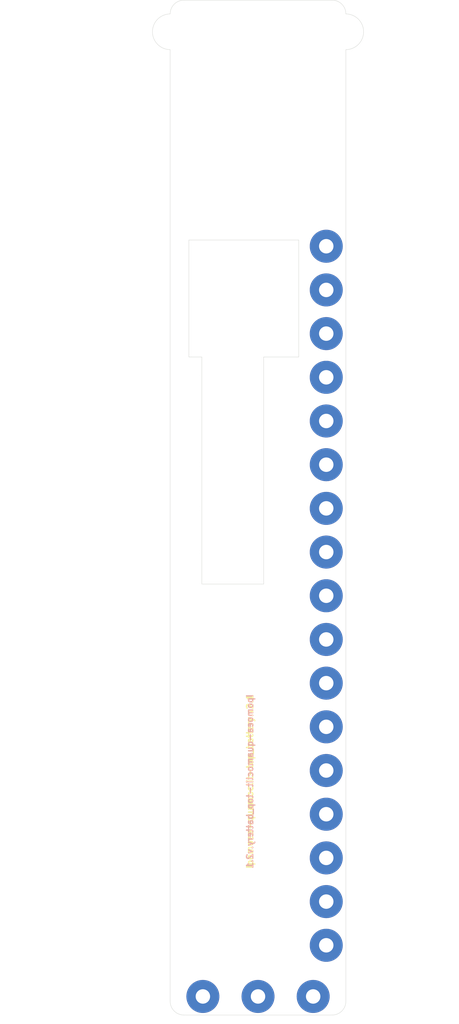
<source format=kicad_pcb>
(kicad_pcb (version 20171130) (host pcbnew "(5.1.6)-1")

  (general
    (thickness 1.6)
    (drawings 49)
    (tracks 0)
    (zones 0)
    (modules 41)
    (nets 1)
  )

  (page A4)
  (layers
    (0 F.Cu signal)
    (31 B.Cu signal)
    (32 B.Adhes user)
    (33 F.Adhes user)
    (34 B.Paste user)
    (35 F.Paste user)
    (36 B.SilkS user)
    (37 F.SilkS user)
    (38 B.Mask user)
    (39 F.Mask user)
    (40 Dwgs.User user)
    (41 Cmts.User user)
    (42 Eco1.User user)
    (43 Eco2.User user)
    (44 Edge.Cuts user)
    (45 Margin user)
    (46 B.CrtYd user)
    (47 F.CrtYd user)
    (48 B.Fab user)
    (49 F.Fab user)
  )

  (setup
    (last_trace_width 0.25)
    (user_trace_width 0.25)
    (user_trace_width 0.4)
    (user_trace_width 0.6)
    (trace_clearance 0.2)
    (zone_clearance 0.508)
    (zone_45_only no)
    (trace_min 0.2)
    (via_size 0.8)
    (via_drill 0.4)
    (via_min_size 0.4)
    (via_min_drill 0.3)
    (uvia_size 0.3)
    (uvia_drill 0.1)
    (uvias_allowed no)
    (uvia_min_size 0.2)
    (uvia_min_drill 0.1)
    (edge_width 0.05)
    (segment_width 0.2)
    (pcb_text_width 0.3)
    (pcb_text_size 1.5 1.5)
    (mod_edge_width 0.12)
    (mod_text_size 1 1)
    (mod_text_width 0.15)
    (pad_size 1.524 1.524)
    (pad_drill 0.762)
    (pad_to_mask_clearance 0.051)
    (solder_mask_min_width 0.25)
    (aux_axis_origin 0 0)
    (grid_origin 264.024999 117.475)
    (visible_elements 7FFFFFFF)
    (pcbplotparams
      (layerselection 0x010f0_ffffffff)
      (usegerberextensions true)
      (usegerberattributes false)
      (usegerberadvancedattributes false)
      (creategerberjobfile false)
      (excludeedgelayer true)
      (linewidth 0.100000)
      (plotframeref false)
      (viasonmask false)
      (mode 1)
      (useauxorigin false)
      (hpglpennumber 1)
      (hpglpenspeed 20)
      (hpglpendiameter 15.000000)
      (psnegative false)
      (psa4output false)
      (plotreference true)
      (plotvalue true)
      (plotinvisibletext false)
      (padsonsilk false)
      (subtractmaskfromsilk true)
      (outputformat 1)
      (mirror false)
      (drillshape 0)
      (scaleselection 1)
      (outputdirectory "../GERBER/v2.1/I-quamoclit-top_battery.v2.1"))
  )

  (net 0 "")

  (net_class Default "これはデフォルトのネット クラスです。"
    (clearance 0.2)
    (trace_width 0.25)
    (via_dia 0.8)
    (via_drill 0.4)
    (uvia_dia 0.3)
    (uvia_drill 0.1)
  )

  (net_class Power ""
    (clearance 0.2)
    (trace_width 0.6)
    (via_dia 0.8)
    (via_drill 0.4)
    (uvia_dia 0.3)
    (uvia_drill 0.1)
  )

  (module Ipomoea-library:Ipomoea-quamoclit_Base_SCREW_HOLE_2.1_TH_4.8 (layer F.Cu) (tedit 5E3972D2) (tstamp 5F6B5047)
    (at 264.024999 79.375)
    (fp_text reference REF** (at 0 3.175) (layer Dwgs.User)
      (effects (font (size 1 1) (thickness 0.15)))
    )
    (fp_text value Ipomoea-quamoclit_Base_SCREW_HOLE_2.1_TH_4.8 (at 0 -3.175) (layer F.Fab)
      (effects (font (size 1 1) (thickness 0.15)))
    )
    (pad "" thru_hole circle (at 0 0) (size 4.8 4.8) (drill 2.1) (layers *.Cu *.Mask))
  )

  (module Ipomoea-library:Ipomoea-quamoclit_Base_SCREW_HOLE_2.1_TH_4.8 (layer F.Cu) (tedit 5E3972D2) (tstamp 5F6B503F)
    (at 264.024999 85.725)
    (fp_text reference REF** (at 0 3.175) (layer Dwgs.User)
      (effects (font (size 1 1) (thickness 0.15)))
    )
    (fp_text value Ipomoea-quamoclit_Base_SCREW_HOLE_2.1_TH_4.8 (at 0 -3.175) (layer F.Fab)
      (effects (font (size 1 1) (thickness 0.15)))
    )
    (pad "" thru_hole circle (at 0 0) (size 4.8 4.8) (drill 2.1) (layers *.Cu *.Mask))
  )

  (module Ipomoea-library:DRILL_HOLE_0.6 (layer F.Cu) (tedit 5E3817D3) (tstamp 5F6A9F8D)
    (at 241.3 50.00625)
    (fp_text reference REF** (at 0 1.27) (layer Dwgs.User)
      (effects (font (size 1 1) (thickness 0.15)))
    )
    (fp_text value DRILL_HOLE_0.6 (at 0 -1.27) (layer F.Fab)
      (effects (font (size 1 1) (thickness 0.15)))
    )
    (pad "" np_thru_hole circle (at 0 0 270) (size 0.6 0.6) (drill 0.6) (layers *.Cu *.Mask))
  )

  (module Ipomoea-library:DRILL_HOLE_0.6 (layer F.Cu) (tedit 5E3817D3) (tstamp 5F6A9F89)
    (at 241.3 46.40625)
    (fp_text reference REF** (at 0 1.27) (layer Dwgs.User)
      (effects (font (size 1 1) (thickness 0.15)))
    )
    (fp_text value DRILL_HOLE_0.6 (at 0 -1.27) (layer F.Fab)
      (effects (font (size 1 1) (thickness 0.15)))
    )
    (pad "" np_thru_hole circle (at 0 0 270) (size 0.6 0.6) (drill 0.6) (layers *.Cu *.Mask))
  )

  (module Ipomoea-library:DRILL_HOLE_0.6 (layer F.Cu) (tedit 5E3817D3) (tstamp 5F6A9F66)
    (at 266.8825 50.00625)
    (fp_text reference REF** (at 0 1.27) (layer Dwgs.User)
      (effects (font (size 1 1) (thickness 0.15)))
    )
    (fp_text value DRILL_HOLE_0.6 (at 0 -1.27) (layer F.Fab)
      (effects (font (size 1 1) (thickness 0.15)))
    )
    (pad "" np_thru_hole circle (at 0 0 270) (size 0.6 0.6) (drill 0.6) (layers *.Cu *.Mask))
  )

  (module Ipomoea-library:DRILL_HOLE_0.6 (layer F.Cu) (tedit 5E3817D3) (tstamp 5F6A9F5B)
    (at 266.8825 46.40625)
    (fp_text reference REF** (at 0 1.27) (layer Dwgs.User)
      (effects (font (size 1 1) (thickness 0.15)))
    )
    (fp_text value DRILL_HOLE_0.6 (at 0 -1.27) (layer F.Fab)
      (effects (font (size 1 1) (thickness 0.15)))
    )
    (pad "" np_thru_hole circle (at 0 0 270) (size 0.6 0.6) (drill 0.6) (layers *.Cu *.Mask))
  )

  (module Ipomoea-library:Ipomoea-quamoclit_Base_SCREW_HOLE_2.1 (layer F.Cu) (tedit 5E36815D) (tstamp 5F6A8C05)
    (at 244.1575 168.275)
    (fp_text reference REF** (at 0 3.175) (layer Dwgs.User)
      (effects (font (size 1 1) (thickness 0.15)))
    )
    (fp_text value Ipomoea-quamoclit_Base_SCREW_HOLE_2.1 (at 0 -3.175) (layer F.Fab)
      (effects (font (size 1 1) (thickness 0.15)))
    )
    (pad "" np_thru_hole circle (at 0 0) (size 2.1 2.1) (drill 2.1) (layers *.Cu *.Mask))
  )

  (module Ipomoea-library:Ipomoea-quamoclit_Base_SCREW_HOLE_2.1 (layer F.Cu) (tedit 5E36815D) (tstamp 5F6A8C01)
    (at 244.1575 161.925)
    (fp_text reference REF** (at 0 3.175) (layer Dwgs.User)
      (effects (font (size 1 1) (thickness 0.15)))
    )
    (fp_text value Ipomoea-quamoclit_Base_SCREW_HOLE_2.1 (at 0 -3.175) (layer F.Fab)
      (effects (font (size 1 1) (thickness 0.15)))
    )
    (pad "" np_thru_hole circle (at 0 0) (size 2.1 2.1) (drill 2.1) (layers *.Cu *.Mask))
  )

  (module Ipomoea-library:Ipomoea-quamoclit_Base_SCREW_HOLE_2.1 (layer F.Cu) (tedit 5E36815D) (tstamp 5F6A8BFD)
    (at 244.1575 174.625)
    (fp_text reference REF** (at 0 3.175) (layer Dwgs.User)
      (effects (font (size 1 1) (thickness 0.15)))
    )
    (fp_text value Ipomoea-quamoclit_Base_SCREW_HOLE_2.1 (at 0 -3.175) (layer F.Fab)
      (effects (font (size 1 1) (thickness 0.15)))
    )
    (pad "" np_thru_hole circle (at 0 0) (size 2.1 2.1) (drill 2.1) (layers *.Cu *.Mask))
  )

  (module Ipomoea-library:Ipomoea-quamoclit_Base_SCREW_HOLE_2.1 (layer F.Cu) (tedit 5E36815D) (tstamp 5F6A8BF9)
    (at 244.1575 180.975)
    (fp_text reference REF** (at 0 3.175) (layer Dwgs.User)
      (effects (font (size 1 1) (thickness 0.15)))
    )
    (fp_text value Ipomoea-quamoclit_Base_SCREW_HOLE_2.1 (at 0 -3.175) (layer F.Fab)
      (effects (font (size 1 1) (thickness 0.15)))
    )
    (pad "" np_thru_hole circle (at 0 0) (size 2.1 2.1) (drill 2.1) (layers *.Cu *.Mask))
  )

  (module Ipomoea-library:Ipomoea-quamoclit_Base_SCREW_HOLE_2.1 (layer F.Cu) (tedit 5E36815D) (tstamp 5F6A8BE5)
    (at 244.1575 149.225)
    (fp_text reference REF** (at 0 3.175) (layer Dwgs.User)
      (effects (font (size 1 1) (thickness 0.15)))
    )
    (fp_text value Ipomoea-quamoclit_Base_SCREW_HOLE_2.1 (at 0 -3.175) (layer F.Fab)
      (effects (font (size 1 1) (thickness 0.15)))
    )
    (pad "" np_thru_hole circle (at 0 0) (size 2.1 2.1) (drill 2.1) (layers *.Cu *.Mask))
  )

  (module Ipomoea-library:Ipomoea-quamoclit_Base_SCREW_HOLE_2.1 (layer F.Cu) (tedit 5E36815D) (tstamp 5F6A8BE1)
    (at 244.1575 155.575)
    (fp_text reference REF** (at 0 3.175) (layer Dwgs.User)
      (effects (font (size 1 1) (thickness 0.15)))
    )
    (fp_text value Ipomoea-quamoclit_Base_SCREW_HOLE_2.1 (at 0 -3.175) (layer F.Fab)
      (effects (font (size 1 1) (thickness 0.15)))
    )
    (pad "" np_thru_hole circle (at 0 0) (size 2.1 2.1) (drill 2.1) (layers *.Cu *.Mask))
  )

  (module Ipomoea-library:Ipomoea-quamoclit_Base_SCREW_HOLE_2.1 (layer F.Cu) (tedit 5E36815D) (tstamp 5F6A8BDD)
    (at 244.1575 142.875)
    (fp_text reference REF** (at 0 3.175) (layer Dwgs.User)
      (effects (font (size 1 1) (thickness 0.15)))
    )
    (fp_text value Ipomoea-quamoclit_Base_SCREW_HOLE_2.1 (at 0 -3.175) (layer F.Fab)
      (effects (font (size 1 1) (thickness 0.15)))
    )
    (pad "" np_thru_hole circle (at 0 0) (size 2.1 2.1) (drill 2.1) (layers *.Cu *.Mask))
  )

  (module Ipomoea-library:Ipomoea-quamoclit_Base_SCREW_HOLE_2.1 (layer F.Cu) (tedit 5E36815D) (tstamp 5F6A8BD9)
    (at 244.1575 136.525)
    (fp_text reference REF** (at 0 3.175) (layer Dwgs.User)
      (effects (font (size 1 1) (thickness 0.15)))
    )
    (fp_text value Ipomoea-quamoclit_Base_SCREW_HOLE_2.1 (at 0 -3.175) (layer F.Fab)
      (effects (font (size 1 1) (thickness 0.15)))
    )
    (pad "" np_thru_hole circle (at 0 0) (size 2.1 2.1) (drill 2.1) (layers *.Cu *.Mask))
  )

  (module Ipomoea-library:Ipomoea-quamoclit_Base_SCREW_HOLE_2.1 (layer F.Cu) (tedit 5E36815D) (tstamp 5F6A8BC5)
    (at 244.1575 98.425)
    (fp_text reference REF** (at 0 3.175) (layer Dwgs.User)
      (effects (font (size 1 1) (thickness 0.15)))
    )
    (fp_text value Ipomoea-quamoclit_Base_SCREW_HOLE_2.1 (at 0 -3.175) (layer F.Fab)
      (effects (font (size 1 1) (thickness 0.15)))
    )
    (pad "" np_thru_hole circle (at 0 0) (size 2.1 2.1) (drill 2.1) (layers *.Cu *.Mask))
  )

  (module Ipomoea-library:Ipomoea-quamoclit_Base_SCREW_HOLE_2.1 (layer F.Cu) (tedit 5E36815D) (tstamp 5F6A8BBD)
    (at 244.1575 104.775)
    (fp_text reference REF** (at 0 3.175) (layer Dwgs.User)
      (effects (font (size 1 1) (thickness 0.15)))
    )
    (fp_text value Ipomoea-quamoclit_Base_SCREW_HOLE_2.1 (at 0 -3.175) (layer F.Fab)
      (effects (font (size 1 1) (thickness 0.15)))
    )
    (pad "" np_thru_hole circle (at 0 0) (size 2.1 2.1) (drill 2.1) (layers *.Cu *.Mask))
  )

  (module Ipomoea-library:Ipomoea-quamoclit_Base_SCREW_HOLE_2.1 (layer B.Cu) (tedit 5E36815D) (tstamp 5F6A897E)
    (at 266.8825 48.20625 180)
    (fp_text reference REF**__00050 (at 0 -3.175) (layer Dwgs.User)
      (effects (font (size 1 1) (thickness 0.15)))
    )
    (fp_text value Ipomoea-quamoclit_Base_SCREW_HOLE_2.1 (at 0 3.175) (layer B.Fab)
      (effects (font (size 1 1) (thickness 0.15)) (justify mirror))
    )
    (pad "" np_thru_hole circle (at 0 0 180) (size 2.1 2.1) (drill 2.1) (layers *.Cu *.Mask))
  )

  (module Ipomoea-library:Ipomoea-quamoclit_Base_SCREW_HOLE_2.1 (layer F.Cu) (tedit 5E36815D) (tstamp 5F6A0F73)
    (at 241.3 48.20625)
    (fp_text reference REF**__00050 (at 0 3.175) (layer Dwgs.User)
      (effects (font (size 1 1) (thickness 0.15)))
    )
    (fp_text value Ipomoea-quamoclit_Base_SCREW_HOLE_2.1 (at 0 -3.175) (layer F.Fab)
      (effects (font (size 1 1) (thickness 0.15)))
    )
    (pad "" np_thru_hole circle (at 0 0) (size 2.1 2.1) (drill 2.1) (layers *.Cu *.Mask))
  )

  (module Ipomoea-library:Ipomoea-quamoclit_Base_SCREW_HOLE_2.1 (layer F.Cu) (tedit 5E36815D) (tstamp 5F6A7633)
    (at 244.1575 111.125)
    (fp_text reference REF** (at 0 3.175) (layer Dwgs.User)
      (effects (font (size 1 1) (thickness 0.15)))
    )
    (fp_text value Ipomoea-quamoclit_Base_SCREW_HOLE_2.1 (at 0 -3.175) (layer F.Fab)
      (effects (font (size 1 1) (thickness 0.15)))
    )
    (pad "" np_thru_hole circle (at 0 0) (size 2.1 2.1) (drill 2.1) (layers *.Cu *.Mask))
  )

  (module Ipomoea-library:Ipomoea-quamoclit_Base_SCREW_HOLE_2.1 (layer F.Cu) (tedit 5E36815D) (tstamp 5F6A762B)
    (at 244.1575 117.475)
    (fp_text reference REF** (at 0 3.175) (layer Dwgs.User)
      (effects (font (size 1 1) (thickness 0.15)))
    )
    (fp_text value Ipomoea-quamoclit_Base_SCREW_HOLE_2.1 (at 0 -3.175) (layer F.Fab)
      (effects (font (size 1 1) (thickness 0.15)))
    )
    (pad "" np_thru_hole circle (at 0 0) (size 2.1 2.1) (drill 2.1) (layers *.Cu *.Mask))
  )

  (module Ipomoea-library:Ipomoea-quamoclit_Base_SCREW_HOLE_2.1 (layer F.Cu) (tedit 5E36815D) (tstamp 5F6A7623)
    (at 244.1575 123.825)
    (fp_text reference REF** (at 0 3.175) (layer Dwgs.User)
      (effects (font (size 1 1) (thickness 0.15)))
    )
    (fp_text value Ipomoea-quamoclit_Base_SCREW_HOLE_2.1 (at 0 -3.175) (layer F.Fab)
      (effects (font (size 1 1) (thickness 0.15)))
    )
    (pad "" np_thru_hole circle (at 0 0) (size 2.1 2.1) (drill 2.1) (layers *.Cu *.Mask))
  )

  (module Ipomoea-library:Ipomoea-quamoclit_Base_SCREW_HOLE_2.1 (layer F.Cu) (tedit 5E36815D) (tstamp 5F69F4B1)
    (at 244.1575 130.175)
    (fp_text reference REF** (at 0 3.175) (layer Dwgs.User)
      (effects (font (size 1 1) (thickness 0.15)))
    )
    (fp_text value Ipomoea-quamoclit_Base_SCREW_HOLE_2.1 (at 0 -3.175) (layer F.Fab)
      (effects (font (size 1 1) (thickness 0.15)))
    )
    (pad "" np_thru_hole circle (at 0 0) (size 2.1 2.1) (drill 2.1) (layers *.Cu *.Mask))
  )

  (module Ipomoea-library:7mmTrackBall (layer F.Cu) (tedit 5F6A04E2) (tstamp 5F6A6FFB)
    (at 252.912499 130.175 270)
    (fp_text reference REF** (at 0 0.5 90) (layer Dwgs.User)
      (effects (font (size 1 1) (thickness 0.15)))
    )
    (fp_text value 7mmTrackBall (at 0 -0.5 90) (layer F.Fab)
      (effects (font (size 1 1) (thickness 0.15)))
    )
    (fp_line (start -41.5 6.16) (end -43.5 6.16) (layer Dwgs.User) (width 0.12))
    (fp_line (start -41.5 -0.41) (end -43.5 -0.41) (layer Dwgs.User) (width 0.12))
    (fp_line (start -43.5 -0.41) (end -43.5 6.16) (layer Dwgs.User) (width 0.12))
    (fp_line (start -41.5 -0.91) (end -41.5 6.66) (layer Dwgs.User) (width 0.12))
    (fp_line (start -8.5 6.66) (end -41.5 6.66) (layer Dwgs.User) (width 0.12))
    (fp_line (start -8.5 -0.91) (end -41.5 -0.91) (layer Dwgs.User) (width 0.12))
    (fp_line (start -8.5 9) (end 8.5 9) (layer Dwgs.User) (width 0.12))
    (fp_line (start 8.5 9) (end 8.5 -8) (layer Dwgs.User) (width 0.12))
    (fp_line (start -8.5 -8) (end 8.5 -8) (layer Dwgs.User) (width 0.12))
    (fp_line (start -8.5 9) (end -8.5 -8) (layer Dwgs.User) (width 0.12))
    (fp_circle (center 0 0) (end 0 -8) (layer Dwgs.User) (width 0.12))
    (fp_circle (center 0 0) (end 0 -3.5) (layer Dwgs.User) (width 0.12))
    (fp_circle (center 0 0) (end 4.5 0) (layer Dwgs.User) (width 0.12))
    (fp_line (start -52.5 7.66) (end -41.5 7.66) (layer Dwgs.User) (width 0.12))
    (fp_line (start -41.5 7.66) (end -41.5 6.66) (layer Dwgs.User) (width 0.12))
    (fp_line (start -52.5 7.66) (end -52.5 -5.34) (layer Dwgs.User) (width 0.12))
    (fp_line (start -41.5 -0.91) (end -41.5 -5.34) (layer Dwgs.User) (width 0.12))
    (fp_line (start -52.5 -5.34) (end -41.5 -5.34) (layer Dwgs.User) (width 0.12))
  )

  (module Ipomoea-library:Ipomoea-quamoclit_Base_SCREW_HOLE_2.1_TH_4.8 (layer F.Cu) (tedit 5E3972D2) (tstamp 5F6A6D83)
    (at 264.024999 92.075)
    (fp_text reference REF** (at 0 3.175) (layer Dwgs.User)
      (effects (font (size 1 1) (thickness 0.15)))
    )
    (fp_text value Ipomoea-quamoclit_Base_SCREW_HOLE_2.1_TH_4.8 (at 0 -3.175) (layer F.Fab)
      (effects (font (size 1 1) (thickness 0.15)))
    )
    (pad "" thru_hole circle (at 0 0) (size 4.8 4.8) (drill 2.1) (layers *.Cu *.Mask))
  )

  (module Ipomoea-library:Ipomoea-quamoclit_Base_SCREW_HOLE_2.1_TH_4.8 (layer F.Cu) (tedit 5E3972D2) (tstamp 5F6A6D7B)
    (at 264.024999 98.425)
    (fp_text reference REF** (at 0 3.175) (layer Dwgs.User)
      (effects (font (size 1 1) (thickness 0.15)))
    )
    (fp_text value Ipomoea-quamoclit_Base_SCREW_HOLE_2.1_TH_4.8 (at 0 -3.175) (layer F.Fab)
      (effects (font (size 1 1) (thickness 0.15)))
    )
    (pad "" thru_hole circle (at 0 0) (size 4.8 4.8) (drill 2.1) (layers *.Cu *.Mask))
  )

  (module Ipomoea-library:Ipomoea-quamoclit_Base_SCREW_HOLE_2.1_TH_4.8 (layer F.Cu) (tedit 5E3972D2) (tstamp 5F6A6D1A)
    (at 264.025 104.775)
    (fp_text reference REF** (at 0 3.175) (layer Dwgs.User)
      (effects (font (size 1 1) (thickness 0.15)))
    )
    (fp_text value Ipomoea-quamoclit_Base_SCREW_HOLE_2.1_TH_4.8 (at 0 -3.175) (layer F.Fab)
      (effects (font (size 1 1) (thickness 0.15)))
    )
    (pad "" thru_hole circle (at 0 0) (size 4.8 4.8) (drill 2.1) (layers *.Cu *.Mask))
  )

  (module Ipomoea-library:Ipomoea-quamoclit_Base_SCREW_HOLE_2.1_TH_4.8 (layer F.Cu) (tedit 5E3972D2) (tstamp 5F6A0268)
    (at 264.025 117.475)
    (fp_text reference REF**__00045 (at 0 3.175) (layer Dwgs.User)
      (effects (font (size 1 1) (thickness 0.15)))
    )
    (fp_text value Ipomoea-quamoclit_Base_SCREW_HOLE_2.1_TH_4.8 (at 0 -3.175) (layer F.Fab)
      (effects (font (size 1 1) (thickness 0.15)))
    )
    (pad "" thru_hole circle (at 0 0) (size 4.8 4.8) (drill 2.1) (layers *.Cu *.Mask))
  )

  (module Ipomoea-library:Ipomoea-quamoclit_Base_SCREW_HOLE_2.1_TH_4.8 (layer F.Cu) (tedit 5E3972D2) (tstamp 5F6A0264)
    (at 264.025 111.125)
    (fp_text reference REF**__00049 (at 0 3.175) (layer Dwgs.User)
      (effects (font (size 1 1) (thickness 0.15)))
    )
    (fp_text value Ipomoea-quamoclit_Base_SCREW_HOLE_2.1_TH_4.8 (at 0 -3.175) (layer F.Fab)
      (effects (font (size 1 1) (thickness 0.15)))
    )
    (pad "" thru_hole circle (at 0 0) (size 4.8 4.8) (drill 2.1) (layers *.Cu *.Mask))
  )

  (module Ipomoea-library:Ipomoea-quamoclit_Base_SCREW_HOLE_2.1_TH_4.8 (layer F.Cu) (tedit 5E3972D2) (tstamp 5F6A019F)
    (at 264.025 123.825)
    (fp_text reference REF**__00044 (at 0 3.175) (layer Dwgs.User)
      (effects (font (size 1 1) (thickness 0.15)))
    )
    (fp_text value Ipomoea-quamoclit_Base_SCREW_HOLE_2.1_TH_4.8 (at 0 -3.175) (layer F.Fab)
      (effects (font (size 1 1) (thickness 0.15)))
    )
    (pad "" thru_hole circle (at 0 0) (size 4.8 4.8) (drill 2.1) (layers *.Cu *.Mask))
  )

  (module Ipomoea-library:Ipomoea-quamoclit_Base_SCREW_HOLE_2.1_TH_4.8 (layer F.Cu) (tedit 5E3972D2) (tstamp 5F6A019B)
    (at 254.09125 188.412 180)
    (fp_text reference REF**__00048 (at 0 3.175) (layer Dwgs.User)
      (effects (font (size 1 1) (thickness 0.15)))
    )
    (fp_text value Ipomoea-quamoclit_Base_SCREW_HOLE_2.1_TH_4.8 (at 0 -3.175) (layer F.Fab)
      (effects (font (size 1 1) (thickness 0.15)))
    )
    (pad "" thru_hole circle (at 0 0 180) (size 4.8 4.8) (drill 2.1) (layers *.Cu *.Mask))
  )

  (module Ipomoea-library:Ipomoea-quamoclit_Base_SCREW_HOLE_2.1_TH_4.8 (layer F.Cu) (tedit 5E3972D2) (tstamp 5F6A0197)
    (at 246.062 188.412)
    (fp_text reference REF**__00047 (at 0 3.175) (layer Dwgs.User)
      (effects (font (size 1 1) (thickness 0.15)))
    )
    (fp_text value Ipomoea-quamoclit_Base_SCREW_HOLE_2.1_TH_4.8 (at 0 -3.175) (layer F.Fab)
      (effects (font (size 1 1) (thickness 0.15)))
    )
    (pad "" thru_hole circle (at 0 0) (size 4.8 4.8) (drill 2.1) (layers *.Cu *.Mask))
  )

  (module Ipomoea-library:Ipomoea-quamoclit_Base_SCREW_HOLE_2.1_TH_4.8 (layer F.Cu) (tedit 5E3972D2) (tstamp 5F6A016A)
    (at 262.1205 188.412 180)
    (fp_text reference REF**__00046 (at 0 3.175) (layer Dwgs.User)
      (effects (font (size 1 1) (thickness 0.15)))
    )
    (fp_text value Ipomoea-quamoclit_Base_SCREW_HOLE_2.1_TH_4.8 (at 0 -3.175) (layer F.Fab)
      (effects (font (size 1 1) (thickness 0.15)))
    )
    (pad "" thru_hole circle (at 0 0 180) (size 4.8 4.8) (drill 2.1) (layers *.Cu *.Mask))
  )

  (module Ipomoea-library:Ipomoea-quamoclit_Base_SCREW_HOLE_2.1_TH_4.8 (layer F.Cu) (tedit 5E3972D2) (tstamp 5F69FD2D)
    (at 264.025 136.525)
    (fp_text reference REF**__00039 (at 0 3.175) (layer Dwgs.User)
      (effects (font (size 1 1) (thickness 0.15)))
    )
    (fp_text value Ipomoea-quamoclit_Base_SCREW_HOLE_2.1_TH_4.8 (at 0 -3.175) (layer F.Fab)
      (effects (font (size 1 1) (thickness 0.15)))
    )
    (pad "" thru_hole circle (at 0 0) (size 4.8 4.8) (drill 2.1) (layers *.Cu *.Mask))
  )

  (module Ipomoea-library:Ipomoea-quamoclit_Base_SCREW_HOLE_2.1_TH_4.8 (layer F.Cu) (tedit 5E3972D2) (tstamp 5F69FD29)
    (at 264.025 130.175)
    (fp_text reference REF**__00038 (at 0 3.175) (layer Dwgs.User)
      (effects (font (size 1 1) (thickness 0.15)))
    )
    (fp_text value Ipomoea-quamoclit_Base_SCREW_HOLE_2.1_TH_4.8 (at 0 -3.175) (layer F.Fab)
      (effects (font (size 1 1) (thickness 0.15)))
    )
    (pad "" thru_hole circle (at 0 0) (size 4.8 4.8) (drill 2.1) (layers *.Cu *.Mask))
  )

  (module Ipomoea-library:Ipomoea-quamoclit_Base_SCREW_HOLE_2.1_TH_4.8 (layer F.Cu) (tedit 5E3972D2) (tstamp 5F69FA8D)
    (at 264.025 155.575)
    (fp_text reference REF**__00035 (at 0 3.175) (layer Dwgs.User)
      (effects (font (size 1 1) (thickness 0.15)))
    )
    (fp_text value Ipomoea-quamoclit_Base_SCREW_HOLE_2.1_TH_4.8 (at 0 -3.175) (layer F.Fab)
      (effects (font (size 1 1) (thickness 0.15)))
    )
    (pad "" thru_hole circle (at 0 0) (size 4.8 4.8) (drill 2.1) (layers *.Cu *.Mask))
  )

  (module Ipomoea-library:Ipomoea-quamoclit_Base_SCREW_HOLE_2.1_TH_4.8 (layer F.Cu) (tedit 5E3972D2) (tstamp 5F69FA89)
    (at 264.025 180.975)
    (fp_text reference REF**__00033 (at 0 3.175) (layer Dwgs.User)
      (effects (font (size 1 1) (thickness 0.15)))
    )
    (fp_text value Ipomoea-quamoclit_Base_SCREW_HOLE_2.1_TH_4.8 (at 0 -3.175) (layer F.Fab)
      (effects (font (size 1 1) (thickness 0.15)))
    )
    (pad "" thru_hole circle (at 0 0) (size 4.8 4.8) (drill 2.1) (layers *.Cu *.Mask))
  )

  (module Ipomoea-library:Ipomoea-quamoclit_Base_SCREW_HOLE_2.1_TH_4.8 (layer F.Cu) (tedit 5E3972D2) (tstamp 5F69FA85)
    (at 264.025 174.625)
    (fp_text reference REF**__00031 (at 0 3.175) (layer Dwgs.User)
      (effects (font (size 1 1) (thickness 0.15)))
    )
    (fp_text value Ipomoea-quamoclit_Base_SCREW_HOLE_2.1_TH_4.8 (at 0 -3.175) (layer F.Fab)
      (effects (font (size 1 1) (thickness 0.15)))
    )
    (pad "" thru_hole circle (at 0 0) (size 4.8 4.8) (drill 2.1) (layers *.Cu *.Mask))
  )

  (module Ipomoea-library:Ipomoea-quamoclit_Base_SCREW_HOLE_2.1_TH_4.8 (layer F.Cu) (tedit 5E3972D2) (tstamp 5F69FA81)
    (at 264.025 142.875)
    (fp_text reference REF**__00037 (at 0 3.175) (layer Dwgs.User)
      (effects (font (size 1 1) (thickness 0.15)))
    )
    (fp_text value Ipomoea-quamoclit_Base_SCREW_HOLE_2.1_TH_4.8 (at 0 -3.175) (layer F.Fab)
      (effects (font (size 1 1) (thickness 0.15)))
    )
    (pad "" thru_hole circle (at 0 0) (size 4.8 4.8) (drill 2.1) (layers *.Cu *.Mask))
  )

  (module Ipomoea-library:Ipomoea-quamoclit_Base_SCREW_HOLE_2.1_TH_4.8 (layer F.Cu) (tedit 5E3972D2) (tstamp 5F69FA7D)
    (at 264.025 161.925)
    (fp_text reference REF**__00036 (at 0 3.175) (layer Dwgs.User)
      (effects (font (size 1 1) (thickness 0.15)))
    )
    (fp_text value Ipomoea-quamoclit_Base_SCREW_HOLE_2.1_TH_4.8 (at 0 -3.175) (layer F.Fab)
      (effects (font (size 1 1) (thickness 0.15)))
    )
    (pad "" thru_hole circle (at 0 0) (size 4.8 4.8) (drill 2.1) (layers *.Cu *.Mask))
  )

  (module Ipomoea-library:Ipomoea-quamoclit_Base_SCREW_HOLE_2.1_TH_4.8 (layer F.Cu) (tedit 5E3972D2) (tstamp 5F69FA79)
    (at 264.025 168.275)
    (fp_text reference REF**__00032 (at 0 3.175) (layer Dwgs.User)
      (effects (font (size 1 1) (thickness 0.15)))
    )
    (fp_text value Ipomoea-quamoclit_Base_SCREW_HOLE_2.1_TH_4.8 (at 0 -3.175) (layer F.Fab)
      (effects (font (size 1 1) (thickness 0.15)))
    )
    (pad "" thru_hole circle (at 0 0) (size 4.8 4.8) (drill 2.1) (layers *.Cu *.Mask))
  )

  (module Ipomoea-library:Ipomoea-quamoclit_Base_SCREW_HOLE_2.1_TH_4.8 (layer F.Cu) (tedit 5E3972D2) (tstamp 5F69FA75)
    (at 264.025 149.225)
    (fp_text reference REF**__00034 (at 0 3.175) (layer Dwgs.User)
      (effects (font (size 1 1) (thickness 0.15)))
    )
    (fp_text value Ipomoea-quamoclit_Base_SCREW_HOLE_2.1_TH_4.8 (at 0 -3.175) (layer F.Fab)
      (effects (font (size 1 1) (thickness 0.15)))
    )
    (pad "" thru_hole circle (at 0 0) (size 4.8 4.8) (drill 2.1) (layers *.Cu *.Mask))
  )

  (gr_text Ipomoea-quamoclit-top_battery.v2.1 (at 252.912499 157.1625 90) (layer F.SilkS) (tstamp 5F6C9B40)
    (effects (font (size 0.9 0.9) (thickness 0.2)))
  )
  (gr_text Ipomoea-quamoclit-top_battery.v2.1 (at 252.912499 157.1625 90) (layer B.SilkS) (tstamp 5F6C9B3F)
    (effects (font (size 0.9 0.9) (thickness 0.2)) (justify mirror))
  )
  (gr_line (start 216.6 170.75) (end 240.6 170.75) (layer Eco1.User) (width 0.15) (tstamp 5F6B52C7))
  (gr_line (start 216.6 170.75) (end 216.6 146.75) (layer Eco1.User) (width 0.15) (tstamp 5F6B52C6))
  (gr_line (start 240.6 170.75) (end 240.6 146.75) (layer Eco1.User) (width 0.15) (tstamp 5F6B52C5))
  (gr_line (start 240.6 146.75) (end 216.6 146.75) (layer Eco1.User) (width 0.15) (tstamp 5F6B52C4))
  (gr_line (start 216.6 151.7) (end 240.6 151.7) (layer Eco1.User) (width 0.15) (tstamp 5F6B52C7))
  (gr_line (start 216.6 151.7) (end 216.6 127.7) (layer Eco1.User) (width 0.15) (tstamp 5F6B52C6))
  (gr_line (start 240.6 151.7) (end 240.6 127.7) (layer Eco1.User) (width 0.15) (tstamp 5F6B52C5))
  (gr_line (start 240.6 127.7) (end 216.6 127.7) (layer Eco1.User) (width 0.15) (tstamp 5F6B52C4))
  (gr_line (start 216.6 132.65) (end 240.6 132.65) (layer Eco1.User) (width 0.15) (tstamp 5F6B52C7))
  (gr_line (start 216.6 132.65) (end 216.6 108.65) (layer Eco1.User) (width 0.15) (tstamp 5F6B52C6))
  (gr_line (start 240.6 132.65) (end 240.6 108.65) (layer Eco1.User) (width 0.15) (tstamp 5F6B52C5))
  (gr_line (start 240.6 108.65) (end 216.6 108.65) (layer Eco1.User) (width 0.15) (tstamp 5F6B52C4))
  (gr_line (start 216.6 113.6) (end 240.6 113.6) (layer Eco1.User) (width 0.15) (tstamp 5F6B52C7))
  (gr_line (start 216.6 113.6) (end 216.6 89.6) (layer Eco1.User) (width 0.15) (tstamp 5F6B52C6))
  (gr_line (start 240.6 113.6) (end 240.6 89.6) (layer Eco1.User) (width 0.15) (tstamp 5F6B52C5))
  (gr_line (start 240.6 89.6) (end 216.6 89.6) (layer Eco1.User) (width 0.15) (tstamp 5F6B52C4))
  (gr_line (start 216.6 94.55) (end 240.6 94.55) (layer Eco1.User) (width 0.15) (tstamp 5F6B52C7))
  (gr_line (start 216.6 94.55) (end 216.6 70.55) (layer Eco1.User) (width 0.15) (tstamp 5F6B52C6))
  (gr_line (start 240.6 94.55) (end 240.6 70.55) (layer Eco1.User) (width 0.15) (tstamp 5F6B52C5))
  (gr_line (start 240.6 70.55) (end 216.6 70.55) (layer Eco1.User) (width 0.15) (tstamp 5F6B52C4))
  (gr_line (start 216.6 75.5) (end 216.6 51.5) (layer Eco1.User) (width 0.15) (tstamp 5F6B52A2))
  (gr_line (start 240.6 75.5) (end 240.6 51.5) (layer Eco1.User) (width 0.15) (tstamp 5F6B52A1))
  (gr_line (start 216.6 75.5) (end 240.6 75.5) (layer Eco1.User) (width 0.15) (tstamp 5F6B529F))
  (gr_line (start 240.6 165.8) (end 216.6 165.8) (layer Eco1.User) (width 0.15) (tstamp 5F6B5299))
  (gr_line (start 240.6 189.8) (end 240.6 165.8) (layer Eco1.User) (width 0.15) (tstamp 5F6B5297))
  (gr_line (start 216.6 189.8) (end 216.6 165.8) (layer Eco1.User) (width 0.15) (tstamp 5F6B5294))
  (gr_circle (center 241.3 48.20625) (end 243.7 48.20625) (layer Dwgs.User) (width 0.05))
  (gr_arc (start 266.8825 48.20625) (end 266.8825 45.6125) (angle 180) (layer Edge.Cuts) (width 0.05) (tstamp 5F6A897D))
  (gr_arc (start 241.3 48.20625) (end 241.3 45.6125) (angle -180) (layer Edge.Cuts) (width 0.05))
  (gr_line (start 245.912499 128.475) (end 254.912499 128.475) (layer Edge.Cuts) (width 0.05) (tstamp 5F6A855A))
  (gr_line (start 244.024999 95.475) (end 245.912499 95.475) (layer Edge.Cuts) (width 0.05) (tstamp 5F6A82AE))
  (gr_line (start 244.024999 95.475) (end 244.024999 78.475) (layer Edge.Cuts) (width 0.05) (tstamp 5F6A828D))
  (gr_line (start 260.024999 78.475) (end 244.024999 78.475) (layer Edge.Cuts) (width 0.05) (tstamp 5F6A8287))
  (gr_line (start 260.024999 78.475) (end 260.024999 95.475) (layer Edge.Cuts) (width 0.05) (tstamp 5F6A827D))
  (gr_line (start 254.912499 95.475) (end 260.024999 95.475) (layer Edge.Cuts) (width 0.05) (tstamp 5F6A8279))
  (gr_line (start 254.912499 95.475) (end 254.912499 128.475) (layer Edge.Cuts) (width 0.05) (tstamp 5F6A787F))
  (gr_line (start 245.912499 95.475) (end 245.912499 128.475) (layer Edge.Cuts) (width 0.05) (tstamp 5F6A7878))
  (gr_arc (start 243.3 45.6125) (end 243.3 43.6125) (angle -90) (layer Edge.Cuts) (width 0.05) (tstamp 5F6A7767))
  (gr_line (start 241.3 50.8) (end 241.3 189.1125) (layer Edge.Cuts) (width 0.05) (tstamp 5F6A6394))
  (gr_arc (start 243.3 189.1125) (end 241.3 189.1125) (angle -90) (layer Edge.Cuts) (width 0.05) (tstamp 5F6A63A3))
  (gr_line (start 240.6 51.5) (end 216.6 51.5) (layer Eco1.User) (width 0.15) (tstamp 5F017FA9))
  (gr_line (start 216.6 189.8) (end 240.6 189.8) (layer Eco1.User) (width 0.15))
  (gr_arc (start 264.8825 45.6125) (end 266.8825 45.6125) (angle -90) (layer Edge.Cuts) (width 0.05) (tstamp 5F69EFFB))
  (gr_line (start 266.8825 50.8) (end 266.8825 189.1125) (layer Edge.Cuts) (width 0.05) (tstamp 5F69EFFA))
  (gr_arc (start 264.8825 189.1125) (end 264.8825 191.1125) (angle -90) (layer Edge.Cuts) (width 0.05) (tstamp 5F69EFF9))
  (gr_line (start 264.8825 43.6125) (end 243.3 43.6125) (layer Edge.Cuts) (width 0.05) (tstamp 5F69EFF8))
  (gr_line (start 264.8825 191.1125) (end 243.3 191.1125) (layer Edge.Cuts) (width 0.05) (tstamp 5F69EFF7))

)

</source>
